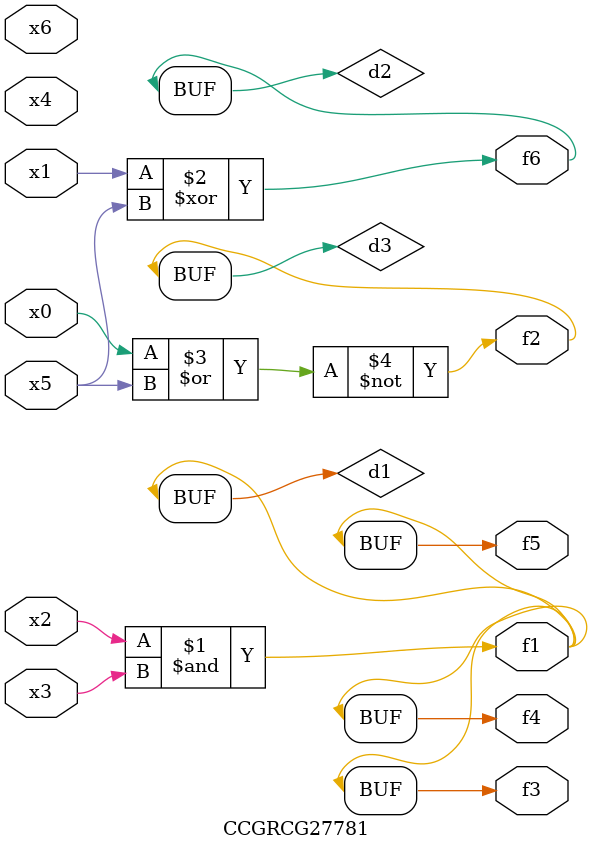
<source format=v>
module CCGRCG27781(
	input x0, x1, x2, x3, x4, x5, x6,
	output f1, f2, f3, f4, f5, f6
);

	wire d1, d2, d3;

	and (d1, x2, x3);
	xor (d2, x1, x5);
	nor (d3, x0, x5);
	assign f1 = d1;
	assign f2 = d3;
	assign f3 = d1;
	assign f4 = d1;
	assign f5 = d1;
	assign f6 = d2;
endmodule

</source>
